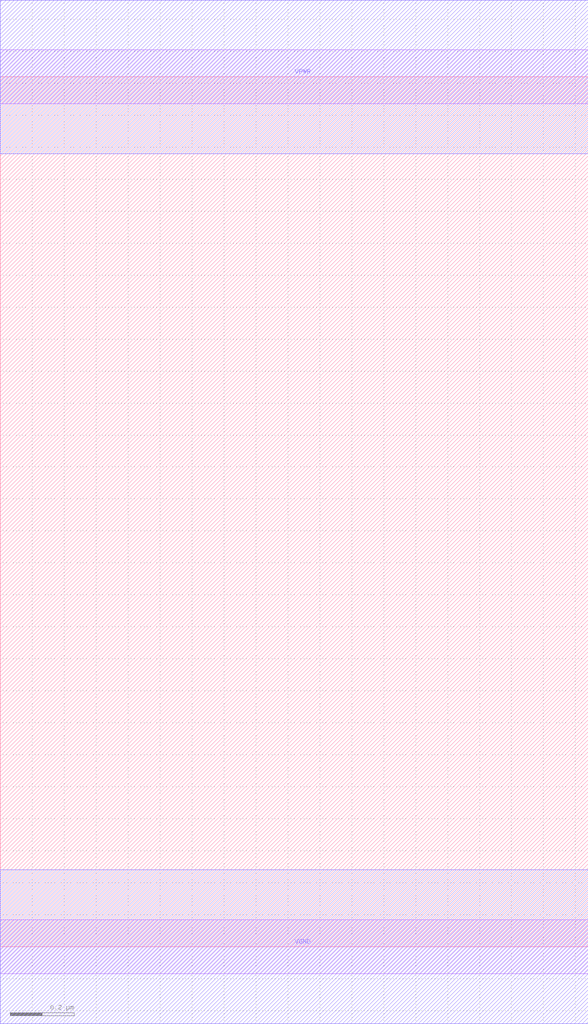
<source format=lef>
# Copyright 2020 The SkyWater PDK Authors
#
# Licensed under the Apache License, Version 2.0 (the "License");
# you may not use this file except in compliance with the License.
# You may obtain a copy of the License at
#
#     https://www.apache.org/licenses/LICENSE-2.0
#
# Unless required by applicable law or agreed to in writing, software
# distributed under the License is distributed on an "AS IS" BASIS,
# WITHOUT WARRANTIES OR CONDITIONS OF ANY KIND, either express or implied.
# See the License for the specific language governing permissions and
# limitations under the License.
#
# SPDX-License-Identifier: Apache-2.0

VERSION 5.5 ;
NAMESCASESENSITIVE ON ;
BUSBITCHARS "[]" ;
DIVIDERCHAR "/" ;
MACRO sky130_fd_sc_hd__fill_4
  CLASS CORE SPACER ;
  SOURCE USER ;
  ORIGIN  0.000000  0.000000 ;
  SIZE  1.840000 BY  2.720000 ;
  SYMMETRY X Y R90 ;
  SITE unithd ;
  PIN VGND
    DIRECTION INOUT ;
    SHAPE ABUTMENT ;
    USE GROUND ;
    PORT
      LAYER li1 ;
        RECT 0.000000 -0.085000 1.840000 0.085000 ;
    END
    PORT
      LAYER met1 ;
        RECT 0.000000 -0.240000 1.840000 0.240000 ;
    END
  END VGND
  PIN VPWR
    DIRECTION INOUT ;
    SHAPE ABUTMENT ;
    USE POWER ;
    PORT
      LAYER li1 ;
        RECT 0.000000 2.635000 1.840000 2.805000 ;
    END
    PORT
      LAYER met1 ;
        RECT 0.000000 2.480000 1.840000 2.960000 ;
    END
  END VPWR
  OBS
  END
END sky130_fd_sc_hd__fill_4
END LIBRARY

</source>
